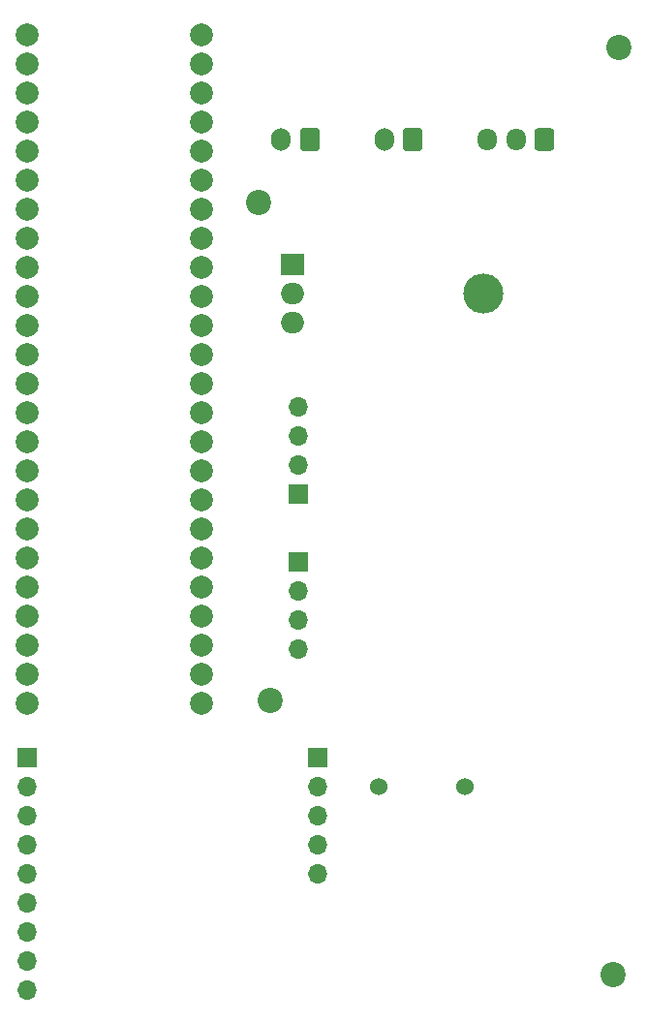
<source format=gbr>
%TF.GenerationSoftware,KiCad,Pcbnew,7.0.7*%
%TF.CreationDate,2024-05-20T18:32:26-04:00*%
%TF.ProjectId,LVPD-board_Payload,4c565044-2d62-46f6-9172-645f5061796c,rev?*%
%TF.SameCoordinates,Original*%
%TF.FileFunction,Soldermask,Bot*%
%TF.FilePolarity,Negative*%
%FSLAX46Y46*%
G04 Gerber Fmt 4.6, Leading zero omitted, Abs format (unit mm)*
G04 Created by KiCad (PCBNEW 7.0.7) date 2024-05-20 18:32:26*
%MOMM*%
%LPD*%
G01*
G04 APERTURE LIST*
G04 Aperture macros list*
%AMRoundRect*
0 Rectangle with rounded corners*
0 $1 Rounding radius*
0 $2 $3 $4 $5 $6 $7 $8 $9 X,Y pos of 4 corners*
0 Add a 4 corners polygon primitive as box body*
4,1,4,$2,$3,$4,$5,$6,$7,$8,$9,$2,$3,0*
0 Add four circle primitives for the rounded corners*
1,1,$1+$1,$2,$3*
1,1,$1+$1,$4,$5*
1,1,$1+$1,$6,$7*
1,1,$1+$1,$8,$9*
0 Add four rect primitives between the rounded corners*
20,1,$1+$1,$2,$3,$4,$5,0*
20,1,$1+$1,$4,$5,$6,$7,0*
20,1,$1+$1,$6,$7,$8,$9,0*
20,1,$1+$1,$8,$9,$2,$3,0*%
G04 Aperture macros list end*
%ADD10R,1.700000X1.700000*%
%ADD11O,1.700000X1.700000*%
%ADD12RoundRect,0.250000X0.600000X0.725000X-0.600000X0.725000X-0.600000X-0.725000X0.600000X-0.725000X0*%
%ADD13O,1.700000X1.950000*%
%ADD14O,3.500000X3.500000*%
%ADD15R,2.000000X1.905000*%
%ADD16O,2.000000X1.905000*%
%ADD17C,2.200000*%
%ADD18C,2.000000*%
%ADD19C,1.524000*%
%ADD20RoundRect,0.250000X0.600000X0.750000X-0.600000X0.750000X-0.600000X-0.750000X0.600000X-0.750000X0*%
%ADD21O,1.700000X2.000000*%
G04 APERTURE END LIST*
D10*
%TO.C,J5*%
X105200000Y-136980000D03*
D11*
X105200000Y-139520000D03*
X105200000Y-142060000D03*
X105200000Y-144600000D03*
X105200000Y-147140000D03*
%TD*%
D12*
%TO.C,J2*%
X125000000Y-83000000D03*
D13*
X122500000Y-83000000D03*
X120000000Y-83000000D03*
%TD*%
D14*
%TO.C,D1*%
X119660000Y-96460000D03*
D15*
X103000000Y-93920000D03*
D16*
X103000000Y-96460000D03*
X103000000Y-99000000D03*
%TD*%
D17*
%TO.C,H2*%
X131000000Y-156000000D03*
%TD*%
D18*
%TO.C,Teensy4.1*%
X79760000Y-73880000D03*
X79760000Y-76420000D03*
X79760000Y-78960000D03*
X79760000Y-81500000D03*
X79760000Y-84040000D03*
X79760000Y-86580000D03*
X79760000Y-89120000D03*
X79760000Y-91660000D03*
X79760000Y-94200000D03*
X79760000Y-96740000D03*
X79760000Y-99280000D03*
X79760000Y-101820000D03*
X79760000Y-104360000D03*
X79760000Y-106900000D03*
X79760000Y-109440000D03*
X79760000Y-111980000D03*
X79760000Y-114520000D03*
X79760000Y-117060000D03*
X79760000Y-119600000D03*
X79760000Y-122140000D03*
X79760000Y-124680000D03*
X79760000Y-127220000D03*
X79760000Y-129760000D03*
X79760000Y-132300000D03*
X95000000Y-132300000D03*
X95000000Y-129760000D03*
X95000000Y-127220000D03*
X95000000Y-124680000D03*
X95000000Y-122140000D03*
X95000000Y-119600000D03*
X95000000Y-117060000D03*
X95000000Y-114520000D03*
X95000000Y-111980000D03*
X95000000Y-109440000D03*
X95000000Y-106900000D03*
X95000000Y-104360000D03*
X95000000Y-101820000D03*
X95000000Y-99280000D03*
X95000000Y-96740000D03*
X95000000Y-94200000D03*
X95000000Y-91660000D03*
X95000000Y-89120000D03*
X95000000Y-86580000D03*
X95000000Y-84040000D03*
X95000000Y-81500000D03*
X95000000Y-78960000D03*
X95000000Y-76420000D03*
X95000000Y-73880000D03*
%TD*%
D19*
%TO.C,BZ1*%
X110550000Y-139500000D03*
X118050000Y-139500000D03*
%TD*%
D17*
%TO.C,H1*%
X131500000Y-74900000D03*
%TD*%
D20*
%TO.C,J6*%
X113500000Y-83000000D03*
D21*
X111000000Y-83000000D03*
%TD*%
D20*
%TO.C,J7*%
X104500000Y-83000000D03*
D21*
X102000000Y-83000000D03*
%TD*%
D17*
%TO.C,H4*%
X100000000Y-88500000D03*
%TD*%
%TO.C,H3*%
X101000000Y-132000000D03*
%TD*%
D10*
%TO.C,J4*%
X79800000Y-136980000D03*
D11*
X79800000Y-139520000D03*
X79800000Y-142060000D03*
X79800000Y-144600000D03*
X79800000Y-147140000D03*
X79800000Y-149680000D03*
X79800000Y-152220000D03*
X79800000Y-154760000D03*
X79800000Y-157300000D03*
%TD*%
D10*
%TO.C,J3*%
X103500000Y-119880000D03*
D11*
X103500000Y-122420000D03*
X103500000Y-124960000D03*
X103500000Y-127500000D03*
%TD*%
D10*
%TO.C,J1*%
X103500000Y-114000000D03*
D11*
X103500000Y-111460000D03*
X103500000Y-108920000D03*
X103500000Y-106380000D03*
%TD*%
M02*

</source>
